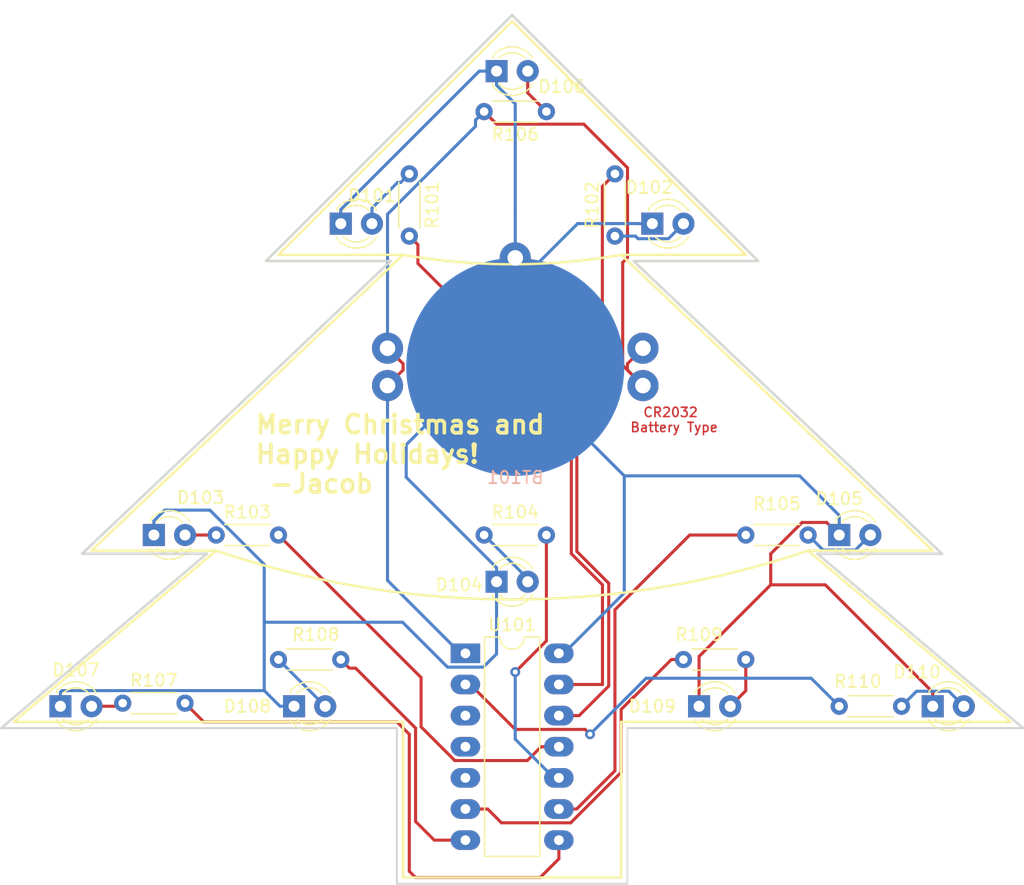
<source format=kicad_pcb>
(kicad_pcb (version 20171130) (host pcbnew "(5.0.0)")

  (general
    (thickness 1.6)
    (drawings 43)
    (tracks 163)
    (zones 0)
    (modules 23)
    (nets 25)
  )

  (page A4)
  (layers
    (0 F.Cu signal)
    (31 B.Cu signal)
    (32 B.Adhes user)
    (33 F.Adhes user)
    (34 B.Paste user)
    (35 F.Paste user)
    (36 B.SilkS user)
    (37 F.SilkS user)
    (38 B.Mask user)
    (39 F.Mask user)
    (40 Dwgs.User user)
    (41 Cmts.User user)
    (42 Eco1.User user)
    (43 Eco2.User user)
    (44 Edge.Cuts user)
    (45 Margin user)
    (46 B.CrtYd user)
    (47 F.CrtYd user)
    (48 B.Fab user)
    (49 F.Fab user)
  )

  (setup
    (last_trace_width 0.25)
    (trace_clearance 0.2)
    (zone_clearance 0.508)
    (zone_45_only no)
    (trace_min 0.2)
    (segment_width 0.2)
    (edge_width 0.2)
    (via_size 0.8)
    (via_drill 0.4)
    (via_min_size 0.4)
    (via_min_drill 0.3)
    (uvia_size 0.3)
    (uvia_drill 0.1)
    (uvias_allowed no)
    (uvia_min_size 0.2)
    (uvia_min_drill 0.1)
    (pcb_text_width 0.3)
    (pcb_text_size 1.5 1.5)
    (mod_edge_width 0.15)
    (mod_text_size 1 1)
    (mod_text_width 0.15)
    (pad_size 1.524 1.524)
    (pad_drill 0.762)
    (pad_to_mask_clearance 0.2)
    (aux_axis_origin 0 0)
    (visible_elements FFFFFF7F)
    (pcbplotparams
      (layerselection 0x010fc_ffffffff)
      (usegerberextensions false)
      (usegerberattributes false)
      (usegerberadvancedattributes false)
      (creategerberjobfile false)
      (excludeedgelayer true)
      (linewidth 0.100000)
      (plotframeref false)
      (viasonmask false)
      (mode 1)
      (useauxorigin false)
      (hpglpennumber 1)
      (hpglpenspeed 20)
      (hpglpendiameter 15.000000)
      (psnegative false)
      (psa4output false)
      (plotreference true)
      (plotvalue true)
      (plotinvisibletext false)
      (padsonsilk false)
      (subtractmaskfromsilk false)
      (outputformat 1)
      (mirror false)
      (drillshape 0)
      (scaleselection 1)
      (outputdirectory "Gerbers/"))
  )

  (net 0 "")
  (net 1 "Net-(D110-Pad2)")
  (net 2 "Net-(R110-Pad2)")
  (net 3 "Net-(R109-Pad2)")
  (net 4 "Net-(D109-Pad2)")
  (net 5 "Net-(D108-Pad2)")
  (net 6 "Net-(R108-Pad2)")
  (net 7 "Net-(R107-Pad2)")
  (net 8 "Net-(D107-Pad2)")
  (net 9 "Net-(D106-Pad2)")
  (net 10 "Net-(R105-Pad2)")
  (net 11 "Net-(D105-Pad2)")
  (net 12 "Net-(D104-Pad2)")
  (net 13 "Net-(R104-Pad2)")
  (net 14 "Net-(R103-Pad2)")
  (net 15 "Net-(D103-Pad2)")
  (net 16 "Net-(D102-Pad2)")
  (net 17 "Net-(R102-Pad2)")
  (net 18 "Net-(R101-Pad2)")
  (net 19 "Net-(D101-Pad2)")
  (net 20 GND)
  (net 21 "Net-(U101-Pad5)")
  (net 22 "Net-(U101-Pad4)")
  (net 23 "Net-(BT101-Pad1)")
  (net 24 "Net-(U101-Pad3)")

  (net_class Default "This is the default net class."
    (clearance 0.2)
    (trace_width 0.25)
    (via_dia 0.8)
    (via_drill 0.4)
    (uvia_dia 0.3)
    (uvia_drill 0.1)
    (add_net GND)
    (add_net "Net-(BT101-Pad1)")
    (add_net "Net-(D101-Pad2)")
    (add_net "Net-(D102-Pad2)")
    (add_net "Net-(D103-Pad2)")
    (add_net "Net-(D104-Pad2)")
    (add_net "Net-(D105-Pad2)")
    (add_net "Net-(D106-Pad2)")
    (add_net "Net-(D107-Pad2)")
    (add_net "Net-(D108-Pad2)")
    (add_net "Net-(D109-Pad2)")
    (add_net "Net-(D110-Pad2)")
    (add_net "Net-(R101-Pad2)")
    (add_net "Net-(R102-Pad2)")
    (add_net "Net-(R103-Pad2)")
    (add_net "Net-(R104-Pad2)")
    (add_net "Net-(R105-Pad2)")
    (add_net "Net-(R107-Pad2)")
    (add_net "Net-(R108-Pad2)")
    (add_net "Net-(R109-Pad2)")
    (add_net "Net-(R110-Pad2)")
    (add_net "Net-(U101-Pad3)")
    (add_net "Net-(U101-Pad4)")
    (add_net "Net-(U101-Pad5)")
  )

  (module Jacob:TinyHoleforHook (layer F.Cu) (tedit 5C08338D) (tstamp 5C08C4F3)
    (at 222.25 83.566)
    (path /5C0E66C1)
    (fp_text reference MK101 (at 0 1.905) (layer F.SilkS) hide
      (effects (font (size 1 1) (thickness 0.15)))
    )
    (fp_text value Mounting_Hole (at 0 -1.905) (layer F.Fab)
      (effects (font (size 1 1) (thickness 0.15)))
    )
    (pad "" np_thru_hole circle (at 0 0) (size 1.016 1.016) (drill 1.016) (layers *.Cu *.Mask))
  )

  (module Jacob:2032_Battery_Holder (layer B.Cu) (tedit 5C082A28) (tstamp 5C088B69)
    (at 222.504 110.744)
    (path /5C0D6272)
    (fp_text reference BT101 (at 0 9.025) (layer B.SilkS)
      (effects (font (size 1 1) (thickness 0.15)) (justify mirror))
    )
    (fp_text value Battery (at 0 10.025) (layer B.Fab)
      (effects (font (size 1 1) (thickness 0.15)) (justify mirror))
    )
    (pad 1 thru_hole circle (at 10.414 -1.524) (size 2.54 2.54) (drill 1.27) (layers *.Cu *.Mask)
      (net 23 "Net-(BT101-Pad1)"))
    (pad 1 thru_hole circle (at 10.414 1.524) (size 2.54 2.54) (drill 1.27) (layers *.Cu *.Mask)
      (net 23 "Net-(BT101-Pad1)"))
    (pad 1 thru_hole circle (at -10.414 -1.524) (size 2.54 2.54) (drill 1.27) (layers *.Cu *.Mask)
      (net 23 "Net-(BT101-Pad1)"))
    (pad 1 thru_hole circle (at -10.414 1.524) (size 2.54 2.54) (drill 1.27) (layers *.Cu *.Mask)
      (net 23 "Net-(BT101-Pad1)"))
    (pad 2 smd circle (at 0 0) (size 17.78 17.78) (layers B.Cu B.Paste B.Mask)
      (net 20 GND))
    (pad 2 thru_hole circle (at 0 -8.89) (size 2.54 2.54) (drill 1.27) (layers *.Cu *.Mask)
      (net 20 GND))
  )

  (module Housings_DIP:DIP-14_W7.62mm_LongPads (layer F.Cu) (tedit 59C78D6B) (tstamp 5C082DE7)
    (at 218.44 134.112)
    (descr "14-lead though-hole mounted DIP package, row spacing 7.62 mm (300 mils), LongPads")
    (tags "THT DIP DIL PDIP 2.54mm 7.62mm 300mil LongPads")
    (path /5C0C12CA)
    (fp_text reference U101 (at 3.81 -2.33) (layer F.SilkS)
      (effects (font (size 1 1) (thickness 0.15)))
    )
    (fp_text value ATtiny44A-PU (at 3.81 17.57) (layer F.Fab)
      (effects (font (size 1 1) (thickness 0.15)))
    )
    (fp_text user %R (at 3.81 7.62) (layer F.Fab)
      (effects (font (size 1 1) (thickness 0.15)))
    )
    (fp_line (start 9.1 -1.55) (end -1.45 -1.55) (layer F.CrtYd) (width 0.05))
    (fp_line (start 9.1 16.8) (end 9.1 -1.55) (layer F.CrtYd) (width 0.05))
    (fp_line (start -1.45 16.8) (end 9.1 16.8) (layer F.CrtYd) (width 0.05))
    (fp_line (start -1.45 -1.55) (end -1.45 16.8) (layer F.CrtYd) (width 0.05))
    (fp_line (start 6.06 -1.33) (end 4.81 -1.33) (layer F.SilkS) (width 0.12))
    (fp_line (start 6.06 16.57) (end 6.06 -1.33) (layer F.SilkS) (width 0.12))
    (fp_line (start 1.56 16.57) (end 6.06 16.57) (layer F.SilkS) (width 0.12))
    (fp_line (start 1.56 -1.33) (end 1.56 16.57) (layer F.SilkS) (width 0.12))
    (fp_line (start 2.81 -1.33) (end 1.56 -1.33) (layer F.SilkS) (width 0.12))
    (fp_line (start 0.635 -0.27) (end 1.635 -1.27) (layer F.Fab) (width 0.1))
    (fp_line (start 0.635 16.51) (end 0.635 -0.27) (layer F.Fab) (width 0.1))
    (fp_line (start 6.985 16.51) (end 0.635 16.51) (layer F.Fab) (width 0.1))
    (fp_line (start 6.985 -1.27) (end 6.985 16.51) (layer F.Fab) (width 0.1))
    (fp_line (start 1.635 -1.27) (end 6.985 -1.27) (layer F.Fab) (width 0.1))
    (fp_arc (start 3.81 -1.33) (end 2.81 -1.33) (angle -180) (layer F.SilkS) (width 0.12))
    (pad 14 thru_hole oval (at 7.62 0) (size 2.4 1.6) (drill 0.8) (layers *.Cu *.Mask)
      (net 20 GND))
    (pad 7 thru_hole oval (at 0 15.24) (size 2.4 1.6) (drill 0.8) (layers *.Cu *.Mask)
      (net 6 "Net-(R108-Pad2)"))
    (pad 13 thru_hole oval (at 7.62 2.54) (size 2.4 1.6) (drill 0.8) (layers *.Cu *.Mask)
      (net 18 "Net-(R101-Pad2)"))
    (pad 6 thru_hole oval (at 0 12.7) (size 2.4 1.6) (drill 0.8) (layers *.Cu *.Mask)
      (net 3 "Net-(R109-Pad2)"))
    (pad 12 thru_hole oval (at 7.62 5.08) (size 2.4 1.6) (drill 0.8) (layers *.Cu *.Mask)
      (net 17 "Net-(R102-Pad2)"))
    (pad 5 thru_hole oval (at 0 10.16) (size 2.4 1.6) (drill 0.8) (layers *.Cu *.Mask)
      (net 21 "Net-(U101-Pad5)"))
    (pad 11 thru_hole oval (at 7.62 7.62) (size 2.4 1.6) (drill 0.8) (layers *.Cu *.Mask)
      (net 14 "Net-(R103-Pad2)"))
    (pad 4 thru_hole oval (at 0 7.62) (size 2.4 1.6) (drill 0.8) (layers *.Cu *.Mask)
      (net 22 "Net-(U101-Pad4)"))
    (pad 10 thru_hole oval (at 7.62 10.16) (size 2.4 1.6) (drill 0.8) (layers *.Cu *.Mask)
      (net 13 "Net-(R104-Pad2)"))
    (pad 3 thru_hole oval (at 0 5.08) (size 2.4 1.6) (drill 0.8) (layers *.Cu *.Mask)
      (net 24 "Net-(U101-Pad3)"))
    (pad 9 thru_hole oval (at 7.62 12.7) (size 2.4 1.6) (drill 0.8) (layers *.Cu *.Mask)
      (net 10 "Net-(R105-Pad2)"))
    (pad 2 thru_hole oval (at 0 2.54) (size 2.4 1.6) (drill 0.8) (layers *.Cu *.Mask)
      (net 2 "Net-(R110-Pad2)"))
    (pad 8 thru_hole oval (at 7.62 15.24) (size 2.4 1.6) (drill 0.8) (layers *.Cu *.Mask)
      (net 7 "Net-(R107-Pad2)"))
    (pad 1 thru_hole rect (at 0 0) (size 2.4 1.6) (drill 0.8) (layers *.Cu *.Mask)
      (net 23 "Net-(BT101-Pad1)"))
    (model ${KISYS3DMOD}/Housings_DIP.3dshapes/DIP-14_W7.62mm.wrl
      (at (xyz 0 0 0))
      (scale (xyz 1 1 1))
      (rotate (xyz 0 0 0))
    )
  )

  (module LEDs:LED_D3.0mm (layer F.Cu) (tedit 587A3A7B) (tstamp 5C082DC5)
    (at 208.28 99.06)
    (descr "LED, diameter 3.0mm, 2 pins")
    (tags "LED diameter 3.0mm 2 pins")
    (path /5C0C09E0)
    (fp_text reference D101 (at 2.54 -2.286) (layer F.SilkS)
      (effects (font (size 1 1) (thickness 0.15)))
    )
    (fp_text value LED (at 1.27 2.96) (layer F.Fab)
      (effects (font (size 1 1) (thickness 0.15)))
    )
    (fp_line (start 3.7 -2.25) (end -1.15 -2.25) (layer F.CrtYd) (width 0.05))
    (fp_line (start 3.7 2.25) (end 3.7 -2.25) (layer F.CrtYd) (width 0.05))
    (fp_line (start -1.15 2.25) (end 3.7 2.25) (layer F.CrtYd) (width 0.05))
    (fp_line (start -1.15 -2.25) (end -1.15 2.25) (layer F.CrtYd) (width 0.05))
    (fp_line (start -0.29 1.08) (end -0.29 1.236) (layer F.SilkS) (width 0.12))
    (fp_line (start -0.29 -1.236) (end -0.29 -1.08) (layer F.SilkS) (width 0.12))
    (fp_line (start -0.23 -1.16619) (end -0.23 1.16619) (layer F.Fab) (width 0.1))
    (fp_circle (center 1.27 0) (end 2.77 0) (layer F.Fab) (width 0.1))
    (fp_arc (start 1.27 0) (end 0.229039 1.08) (angle -87.9) (layer F.SilkS) (width 0.12))
    (fp_arc (start 1.27 0) (end 0.229039 -1.08) (angle 87.9) (layer F.SilkS) (width 0.12))
    (fp_arc (start 1.27 0) (end -0.29 1.235516) (angle -108.8) (layer F.SilkS) (width 0.12))
    (fp_arc (start 1.27 0) (end -0.29 -1.235516) (angle 108.8) (layer F.SilkS) (width 0.12))
    (fp_arc (start 1.27 0) (end -0.23 -1.16619) (angle 284.3) (layer F.Fab) (width 0.1))
    (pad 2 thru_hole circle (at 2.54 0) (size 1.8 1.8) (drill 0.9) (layers *.Cu *.Mask)
      (net 19 "Net-(D101-Pad2)"))
    (pad 1 thru_hole rect (at 0 0) (size 1.8 1.8) (drill 0.9) (layers *.Cu *.Mask)
      (net 20 GND))
    (model ${KISYS3DMOD}/LEDs.3dshapes/LED_D3.0mm.wrl
      (at (xyz 0 0 0))
      (scale (xyz 0.393701 0.393701 0.393701))
      (rotate (xyz 0 0 0))
    )
  )

  (module LEDs:LED_D3.0mm (layer F.Cu) (tedit 587A3A7B) (tstamp 5C082DB2)
    (at 193.04 124.46)
    (descr "LED, diameter 3.0mm, 2 pins")
    (tags "LED diameter 3.0mm 2 pins")
    (path /5C0C0996)
    (fp_text reference D103 (at 3.81 -3.048) (layer F.SilkS)
      (effects (font (size 1 1) (thickness 0.15)))
    )
    (fp_text value LED (at 1.27 2.96) (layer F.Fab)
      (effects (font (size 1 1) (thickness 0.15)))
    )
    (fp_arc (start 1.27 0) (end -0.23 -1.16619) (angle 284.3) (layer F.Fab) (width 0.1))
    (fp_arc (start 1.27 0) (end -0.29 -1.235516) (angle 108.8) (layer F.SilkS) (width 0.12))
    (fp_arc (start 1.27 0) (end -0.29 1.235516) (angle -108.8) (layer F.SilkS) (width 0.12))
    (fp_arc (start 1.27 0) (end 0.229039 -1.08) (angle 87.9) (layer F.SilkS) (width 0.12))
    (fp_arc (start 1.27 0) (end 0.229039 1.08) (angle -87.9) (layer F.SilkS) (width 0.12))
    (fp_circle (center 1.27 0) (end 2.77 0) (layer F.Fab) (width 0.1))
    (fp_line (start -0.23 -1.16619) (end -0.23 1.16619) (layer F.Fab) (width 0.1))
    (fp_line (start -0.29 -1.236) (end -0.29 -1.08) (layer F.SilkS) (width 0.12))
    (fp_line (start -0.29 1.08) (end -0.29 1.236) (layer F.SilkS) (width 0.12))
    (fp_line (start -1.15 -2.25) (end -1.15 2.25) (layer F.CrtYd) (width 0.05))
    (fp_line (start -1.15 2.25) (end 3.7 2.25) (layer F.CrtYd) (width 0.05))
    (fp_line (start 3.7 2.25) (end 3.7 -2.25) (layer F.CrtYd) (width 0.05))
    (fp_line (start 3.7 -2.25) (end -1.15 -2.25) (layer F.CrtYd) (width 0.05))
    (pad 1 thru_hole rect (at 0 0) (size 1.8 1.8) (drill 0.9) (layers *.Cu *.Mask)
      (net 20 GND))
    (pad 2 thru_hole circle (at 2.54 0) (size 1.8 1.8) (drill 0.9) (layers *.Cu *.Mask)
      (net 15 "Net-(D103-Pad2)"))
    (model ${KISYS3DMOD}/LEDs.3dshapes/LED_D3.0mm.wrl
      (at (xyz 0 0 0))
      (scale (xyz 0.393701 0.393701 0.393701))
      (rotate (xyz 0 0 0))
    )
  )

  (module LEDs:LED_D3.0mm (layer F.Cu) (tedit 587A3A7B) (tstamp 5C082D9F)
    (at 220.98 128.27)
    (descr "LED, diameter 3.0mm, 2 pins")
    (tags "LED diameter 3.0mm 2 pins")
    (path /5C0C0974)
    (fp_text reference D104 (at -3.048 0.254) (layer F.SilkS)
      (effects (font (size 1 1) (thickness 0.15)))
    )
    (fp_text value LED (at 1.27 2.96) (layer F.Fab)
      (effects (font (size 1 1) (thickness 0.15)))
    )
    (fp_line (start 3.7 -2.25) (end -1.15 -2.25) (layer F.CrtYd) (width 0.05))
    (fp_line (start 3.7 2.25) (end 3.7 -2.25) (layer F.CrtYd) (width 0.05))
    (fp_line (start -1.15 2.25) (end 3.7 2.25) (layer F.CrtYd) (width 0.05))
    (fp_line (start -1.15 -2.25) (end -1.15 2.25) (layer F.CrtYd) (width 0.05))
    (fp_line (start -0.29 1.08) (end -0.29 1.236) (layer F.SilkS) (width 0.12))
    (fp_line (start -0.29 -1.236) (end -0.29 -1.08) (layer F.SilkS) (width 0.12))
    (fp_line (start -0.23 -1.16619) (end -0.23 1.16619) (layer F.Fab) (width 0.1))
    (fp_circle (center 1.27 0) (end 2.77 0) (layer F.Fab) (width 0.1))
    (fp_arc (start 1.27 0) (end 0.229039 1.08) (angle -87.9) (layer F.SilkS) (width 0.12))
    (fp_arc (start 1.27 0) (end 0.229039 -1.08) (angle 87.9) (layer F.SilkS) (width 0.12))
    (fp_arc (start 1.27 0) (end -0.29 1.235516) (angle -108.8) (layer F.SilkS) (width 0.12))
    (fp_arc (start 1.27 0) (end -0.29 -1.235516) (angle 108.8) (layer F.SilkS) (width 0.12))
    (fp_arc (start 1.27 0) (end -0.23 -1.16619) (angle 284.3) (layer F.Fab) (width 0.1))
    (pad 2 thru_hole circle (at 2.54 0) (size 1.8 1.8) (drill 0.9) (layers *.Cu *.Mask)
      (net 12 "Net-(D104-Pad2)"))
    (pad 1 thru_hole rect (at 0 0) (size 1.8 1.8) (drill 0.9) (layers *.Cu *.Mask)
      (net 20 GND))
    (model ${KISYS3DMOD}/LEDs.3dshapes/LED_D3.0mm.wrl
      (at (xyz 0 0 0))
      (scale (xyz 0.393701 0.393701 0.393701))
      (rotate (xyz 0 0 0))
    )
  )

  (module LEDs:LED_D3.0mm (layer F.Cu) (tedit 587A3A7B) (tstamp 5C082D8C)
    (at 248.92 124.46)
    (descr "LED, diameter 3.0mm, 2 pins")
    (tags "LED diameter 3.0mm 2 pins")
    (path /5C0C08CE)
    (fp_text reference D105 (at 0 -2.96) (layer F.SilkS)
      (effects (font (size 1 1) (thickness 0.15)))
    )
    (fp_text value LED (at 1.27 2.96) (layer F.Fab)
      (effects (font (size 1 1) (thickness 0.15)))
    )
    (fp_arc (start 1.27 0) (end -0.23 -1.16619) (angle 284.3) (layer F.Fab) (width 0.1))
    (fp_arc (start 1.27 0) (end -0.29 -1.235516) (angle 108.8) (layer F.SilkS) (width 0.12))
    (fp_arc (start 1.27 0) (end -0.29 1.235516) (angle -108.8) (layer F.SilkS) (width 0.12))
    (fp_arc (start 1.27 0) (end 0.229039 -1.08) (angle 87.9) (layer F.SilkS) (width 0.12))
    (fp_arc (start 1.27 0) (end 0.229039 1.08) (angle -87.9) (layer F.SilkS) (width 0.12))
    (fp_circle (center 1.27 0) (end 2.77 0) (layer F.Fab) (width 0.1))
    (fp_line (start -0.23 -1.16619) (end -0.23 1.16619) (layer F.Fab) (width 0.1))
    (fp_line (start -0.29 -1.236) (end -0.29 -1.08) (layer F.SilkS) (width 0.12))
    (fp_line (start -0.29 1.08) (end -0.29 1.236) (layer F.SilkS) (width 0.12))
    (fp_line (start -1.15 -2.25) (end -1.15 2.25) (layer F.CrtYd) (width 0.05))
    (fp_line (start -1.15 2.25) (end 3.7 2.25) (layer F.CrtYd) (width 0.05))
    (fp_line (start 3.7 2.25) (end 3.7 -2.25) (layer F.CrtYd) (width 0.05))
    (fp_line (start 3.7 -2.25) (end -1.15 -2.25) (layer F.CrtYd) (width 0.05))
    (pad 1 thru_hole rect (at 0 0) (size 1.8 1.8) (drill 0.9) (layers *.Cu *.Mask)
      (net 20 GND))
    (pad 2 thru_hole circle (at 2.54 0) (size 1.8 1.8) (drill 0.9) (layers *.Cu *.Mask)
      (net 11 "Net-(D105-Pad2)"))
    (model ${KISYS3DMOD}/LEDs.3dshapes/LED_D3.0mm.wrl
      (at (xyz 0 0 0))
      (scale (xyz 0.393701 0.393701 0.393701))
      (rotate (xyz 0 0 0))
    )
  )

  (module LEDs:LED_D3.0mm (layer F.Cu) (tedit 587A3A7B) (tstamp 5C082D79)
    (at 220.98 86.614)
    (descr "LED, diameter 3.0mm, 2 pins")
    (tags "LED diameter 3.0mm 2 pins")
    (path /5C0C1570)
    (fp_text reference D106 (at 5.334 1.27) (layer F.SilkS)
      (effects (font (size 1 1) (thickness 0.15)))
    )
    (fp_text value LED (at 1.27 2.96) (layer F.Fab)
      (effects (font (size 1 1) (thickness 0.15)))
    )
    (fp_line (start 3.7 -2.25) (end -1.15 -2.25) (layer F.CrtYd) (width 0.05))
    (fp_line (start 3.7 2.25) (end 3.7 -2.25) (layer F.CrtYd) (width 0.05))
    (fp_line (start -1.15 2.25) (end 3.7 2.25) (layer F.CrtYd) (width 0.05))
    (fp_line (start -1.15 -2.25) (end -1.15 2.25) (layer F.CrtYd) (width 0.05))
    (fp_line (start -0.29 1.08) (end -0.29 1.236) (layer F.SilkS) (width 0.12))
    (fp_line (start -0.29 -1.236) (end -0.29 -1.08) (layer F.SilkS) (width 0.12))
    (fp_line (start -0.23 -1.16619) (end -0.23 1.16619) (layer F.Fab) (width 0.1))
    (fp_circle (center 1.27 0) (end 2.77 0) (layer F.Fab) (width 0.1))
    (fp_arc (start 1.27 0) (end 0.229039 1.08) (angle -87.9) (layer F.SilkS) (width 0.12))
    (fp_arc (start 1.27 0) (end 0.229039 -1.08) (angle 87.9) (layer F.SilkS) (width 0.12))
    (fp_arc (start 1.27 0) (end -0.29 1.235516) (angle -108.8) (layer F.SilkS) (width 0.12))
    (fp_arc (start 1.27 0) (end -0.29 -1.235516) (angle 108.8) (layer F.SilkS) (width 0.12))
    (fp_arc (start 1.27 0) (end -0.23 -1.16619) (angle 284.3) (layer F.Fab) (width 0.1))
    (pad 2 thru_hole circle (at 2.54 0) (size 1.8 1.8) (drill 0.9) (layers *.Cu *.Mask)
      (net 9 "Net-(D106-Pad2)"))
    (pad 1 thru_hole rect (at 0 0) (size 1.8 1.8) (drill 0.9) (layers *.Cu *.Mask)
      (net 20 GND))
    (model ${KISYS3DMOD}/LEDs.3dshapes/LED_D3.0mm.wrl
      (at (xyz 0 0 0))
      (scale (xyz 0.393701 0.393701 0.393701))
      (rotate (xyz 0 0 0))
    )
  )

  (module LEDs:LED_D3.0mm (layer F.Cu) (tedit 587A3A7B) (tstamp 5C082D66)
    (at 185.42 138.43)
    (descr "LED, diameter 3.0mm, 2 pins")
    (tags "LED diameter 3.0mm 2 pins")
    (path /5C0C088A)
    (fp_text reference D107 (at 1.27 -2.96) (layer F.SilkS)
      (effects (font (size 1 1) (thickness 0.15)))
    )
    (fp_text value LED (at 1.27 2.96) (layer F.Fab)
      (effects (font (size 1 1) (thickness 0.15)))
    )
    (fp_arc (start 1.27 0) (end -0.23 -1.16619) (angle 284.3) (layer F.Fab) (width 0.1))
    (fp_arc (start 1.27 0) (end -0.29 -1.235516) (angle 108.8) (layer F.SilkS) (width 0.12))
    (fp_arc (start 1.27 0) (end -0.29 1.235516) (angle -108.8) (layer F.SilkS) (width 0.12))
    (fp_arc (start 1.27 0) (end 0.229039 -1.08) (angle 87.9) (layer F.SilkS) (width 0.12))
    (fp_arc (start 1.27 0) (end 0.229039 1.08) (angle -87.9) (layer F.SilkS) (width 0.12))
    (fp_circle (center 1.27 0) (end 2.77 0) (layer F.Fab) (width 0.1))
    (fp_line (start -0.23 -1.16619) (end -0.23 1.16619) (layer F.Fab) (width 0.1))
    (fp_line (start -0.29 -1.236) (end -0.29 -1.08) (layer F.SilkS) (width 0.12))
    (fp_line (start -0.29 1.08) (end -0.29 1.236) (layer F.SilkS) (width 0.12))
    (fp_line (start -1.15 -2.25) (end -1.15 2.25) (layer F.CrtYd) (width 0.05))
    (fp_line (start -1.15 2.25) (end 3.7 2.25) (layer F.CrtYd) (width 0.05))
    (fp_line (start 3.7 2.25) (end 3.7 -2.25) (layer F.CrtYd) (width 0.05))
    (fp_line (start 3.7 -2.25) (end -1.15 -2.25) (layer F.CrtYd) (width 0.05))
    (pad 1 thru_hole rect (at 0 0) (size 1.8 1.8) (drill 0.9) (layers *.Cu *.Mask)
      (net 20 GND))
    (pad 2 thru_hole circle (at 2.54 0) (size 1.8 1.8) (drill 0.9) (layers *.Cu *.Mask)
      (net 8 "Net-(D107-Pad2)"))
    (model ${KISYS3DMOD}/LEDs.3dshapes/LED_D3.0mm.wrl
      (at (xyz 0 0 0))
      (scale (xyz 0.393701 0.393701 0.393701))
      (rotate (xyz 0 0 0))
    )
  )

  (module LEDs:LED_D3.0mm (layer F.Cu) (tedit 587A3A7B) (tstamp 5C082D53)
    (at 204.47 138.43)
    (descr "LED, diameter 3.0mm, 2 pins")
    (tags "LED diameter 3.0mm 2 pins")
    (path /5C0C0348)
    (fp_text reference D108 (at -3.81 0) (layer F.SilkS)
      (effects (font (size 1 1) (thickness 0.15)))
    )
    (fp_text value LED (at 1.27 2.96) (layer F.Fab)
      (effects (font (size 1 1) (thickness 0.15)))
    )
    (fp_line (start 3.7 -2.25) (end -1.15 -2.25) (layer F.CrtYd) (width 0.05))
    (fp_line (start 3.7 2.25) (end 3.7 -2.25) (layer F.CrtYd) (width 0.05))
    (fp_line (start -1.15 2.25) (end 3.7 2.25) (layer F.CrtYd) (width 0.05))
    (fp_line (start -1.15 -2.25) (end -1.15 2.25) (layer F.CrtYd) (width 0.05))
    (fp_line (start -0.29 1.08) (end -0.29 1.236) (layer F.SilkS) (width 0.12))
    (fp_line (start -0.29 -1.236) (end -0.29 -1.08) (layer F.SilkS) (width 0.12))
    (fp_line (start -0.23 -1.16619) (end -0.23 1.16619) (layer F.Fab) (width 0.1))
    (fp_circle (center 1.27 0) (end 2.77 0) (layer F.Fab) (width 0.1))
    (fp_arc (start 1.27 0) (end 0.229039 1.08) (angle -87.9) (layer F.SilkS) (width 0.12))
    (fp_arc (start 1.27 0) (end 0.229039 -1.08) (angle 87.9) (layer F.SilkS) (width 0.12))
    (fp_arc (start 1.27 0) (end -0.29 1.235516) (angle -108.8) (layer F.SilkS) (width 0.12))
    (fp_arc (start 1.27 0) (end -0.29 -1.235516) (angle 108.8) (layer F.SilkS) (width 0.12))
    (fp_arc (start 1.27 0) (end -0.23 -1.16619) (angle 284.3) (layer F.Fab) (width 0.1))
    (pad 2 thru_hole circle (at 2.54 0) (size 1.8 1.8) (drill 0.9) (layers *.Cu *.Mask)
      (net 5 "Net-(D108-Pad2)"))
    (pad 1 thru_hole rect (at 0 0) (size 1.8 1.8) (drill 0.9) (layers *.Cu *.Mask)
      (net 20 GND))
    (model ${KISYS3DMOD}/LEDs.3dshapes/LED_D3.0mm.wrl
      (at (xyz 0 0 0))
      (scale (xyz 0.393701 0.393701 0.393701))
      (rotate (xyz 0 0 0))
    )
  )

  (module LEDs:LED_D3.0mm (layer F.Cu) (tedit 587A3A7B) (tstamp 5C082D40)
    (at 237.49 138.43)
    (descr "LED, diameter 3.0mm, 2 pins")
    (tags "LED diameter 3.0mm 2 pins")
    (path /5C0C0A08)
    (fp_text reference D109 (at -3.81 0) (layer F.SilkS)
      (effects (font (size 1 1) (thickness 0.15)))
    )
    (fp_text value LED (at 1.27 2.96) (layer F.Fab)
      (effects (font (size 1 1) (thickness 0.15)))
    )
    (fp_arc (start 1.27 0) (end -0.23 -1.16619) (angle 284.3) (layer F.Fab) (width 0.1))
    (fp_arc (start 1.27 0) (end -0.29 -1.235516) (angle 108.8) (layer F.SilkS) (width 0.12))
    (fp_arc (start 1.27 0) (end -0.29 1.235516) (angle -108.8) (layer F.SilkS) (width 0.12))
    (fp_arc (start 1.27 0) (end 0.229039 -1.08) (angle 87.9) (layer F.SilkS) (width 0.12))
    (fp_arc (start 1.27 0) (end 0.229039 1.08) (angle -87.9) (layer F.SilkS) (width 0.12))
    (fp_circle (center 1.27 0) (end 2.77 0) (layer F.Fab) (width 0.1))
    (fp_line (start -0.23 -1.16619) (end -0.23 1.16619) (layer F.Fab) (width 0.1))
    (fp_line (start -0.29 -1.236) (end -0.29 -1.08) (layer F.SilkS) (width 0.12))
    (fp_line (start -0.29 1.08) (end -0.29 1.236) (layer F.SilkS) (width 0.12))
    (fp_line (start -1.15 -2.25) (end -1.15 2.25) (layer F.CrtYd) (width 0.05))
    (fp_line (start -1.15 2.25) (end 3.7 2.25) (layer F.CrtYd) (width 0.05))
    (fp_line (start 3.7 2.25) (end 3.7 -2.25) (layer F.CrtYd) (width 0.05))
    (fp_line (start 3.7 -2.25) (end -1.15 -2.25) (layer F.CrtYd) (width 0.05))
    (pad 1 thru_hole rect (at 0 0) (size 1.8 1.8) (drill 0.9) (layers *.Cu *.Mask)
      (net 20 GND))
    (pad 2 thru_hole circle (at 2.54 0) (size 1.8 1.8) (drill 0.9) (layers *.Cu *.Mask)
      (net 4 "Net-(D109-Pad2)"))
    (model ${KISYS3DMOD}/LEDs.3dshapes/LED_D3.0mm.wrl
      (at (xyz 0 0 0))
      (scale (xyz 0.393701 0.393701 0.393701))
      (rotate (xyz 0 0 0))
    )
  )

  (module LEDs:LED_D3.0mm (layer F.Cu) (tedit 587A3A7B) (tstamp 5C082D2D)
    (at 256.54 138.43)
    (descr "LED, diameter 3.0mm, 2 pins")
    (tags "LED diameter 3.0mm 2 pins")
    (path /5C0C145C)
    (fp_text reference D110 (at -1.27 -2.794) (layer F.SilkS)
      (effects (font (size 1 1) (thickness 0.15)))
    )
    (fp_text value LED (at 1.27 2.96) (layer F.Fab)
      (effects (font (size 1 1) (thickness 0.15)))
    )
    (fp_line (start 3.7 -2.25) (end -1.15 -2.25) (layer F.CrtYd) (width 0.05))
    (fp_line (start 3.7 2.25) (end 3.7 -2.25) (layer F.CrtYd) (width 0.05))
    (fp_line (start -1.15 2.25) (end 3.7 2.25) (layer F.CrtYd) (width 0.05))
    (fp_line (start -1.15 -2.25) (end -1.15 2.25) (layer F.CrtYd) (width 0.05))
    (fp_line (start -0.29 1.08) (end -0.29 1.236) (layer F.SilkS) (width 0.12))
    (fp_line (start -0.29 -1.236) (end -0.29 -1.08) (layer F.SilkS) (width 0.12))
    (fp_line (start -0.23 -1.16619) (end -0.23 1.16619) (layer F.Fab) (width 0.1))
    (fp_circle (center 1.27 0) (end 2.77 0) (layer F.Fab) (width 0.1))
    (fp_arc (start 1.27 0) (end 0.229039 1.08) (angle -87.9) (layer F.SilkS) (width 0.12))
    (fp_arc (start 1.27 0) (end 0.229039 -1.08) (angle 87.9) (layer F.SilkS) (width 0.12))
    (fp_arc (start 1.27 0) (end -0.29 1.235516) (angle -108.8) (layer F.SilkS) (width 0.12))
    (fp_arc (start 1.27 0) (end -0.29 -1.235516) (angle 108.8) (layer F.SilkS) (width 0.12))
    (fp_arc (start 1.27 0) (end -0.23 -1.16619) (angle 284.3) (layer F.Fab) (width 0.1))
    (pad 2 thru_hole circle (at 2.54 0) (size 1.8 1.8) (drill 0.9) (layers *.Cu *.Mask)
      (net 1 "Net-(D110-Pad2)"))
    (pad 1 thru_hole rect (at 0 0) (size 1.8 1.8) (drill 0.9) (layers *.Cu *.Mask)
      (net 20 GND))
    (model ${KISYS3DMOD}/LEDs.3dshapes/LED_D3.0mm.wrl
      (at (xyz 0 0 0))
      (scale (xyz 0.393701 0.393701 0.393701))
      (rotate (xyz 0 0 0))
    )
  )

  (module LEDs:LED_D3.0mm (layer F.Cu) (tedit 587A3A7B) (tstamp 5C082D07)
    (at 233.68 99.06)
    (descr "LED, diameter 3.0mm, 2 pins")
    (tags "LED diameter 3.0mm 2 pins")
    (path /5C0C09BA)
    (fp_text reference D102 (at -0.254 -2.96) (layer F.SilkS)
      (effects (font (size 1 1) (thickness 0.15)))
    )
    (fp_text value LED (at 1.27 2.96) (layer F.Fab)
      (effects (font (size 1 1) (thickness 0.15)))
    )
    (fp_line (start 3.7 -2.25) (end -1.15 -2.25) (layer F.CrtYd) (width 0.05))
    (fp_line (start 3.7 2.25) (end 3.7 -2.25) (layer F.CrtYd) (width 0.05))
    (fp_line (start -1.15 2.25) (end 3.7 2.25) (layer F.CrtYd) (width 0.05))
    (fp_line (start -1.15 -2.25) (end -1.15 2.25) (layer F.CrtYd) (width 0.05))
    (fp_line (start -0.29 1.08) (end -0.29 1.236) (layer F.SilkS) (width 0.12))
    (fp_line (start -0.29 -1.236) (end -0.29 -1.08) (layer F.SilkS) (width 0.12))
    (fp_line (start -0.23 -1.16619) (end -0.23 1.16619) (layer F.Fab) (width 0.1))
    (fp_circle (center 1.27 0) (end 2.77 0) (layer F.Fab) (width 0.1))
    (fp_arc (start 1.27 0) (end 0.229039 1.08) (angle -87.9) (layer F.SilkS) (width 0.12))
    (fp_arc (start 1.27 0) (end 0.229039 -1.08) (angle 87.9) (layer F.SilkS) (width 0.12))
    (fp_arc (start 1.27 0) (end -0.29 1.235516) (angle -108.8) (layer F.SilkS) (width 0.12))
    (fp_arc (start 1.27 0) (end -0.29 -1.235516) (angle 108.8) (layer F.SilkS) (width 0.12))
    (fp_arc (start 1.27 0) (end -0.23 -1.16619) (angle 284.3) (layer F.Fab) (width 0.1))
    (pad 2 thru_hole circle (at 2.54 0) (size 1.8 1.8) (drill 0.9) (layers *.Cu *.Mask)
      (net 16 "Net-(D102-Pad2)"))
    (pad 1 thru_hole rect (at 0 0) (size 1.8 1.8) (drill 0.9) (layers *.Cu *.Mask)
      (net 20 GND))
    (model ${KISYS3DMOD}/LEDs.3dshapes/LED_D3.0mm.wrl
      (at (xyz 0 0 0))
      (scale (xyz 0.393701 0.393701 0.393701))
      (rotate (xyz 0 0 0))
    )
  )

  (module Resistors_THT:R_Axial_DIN0204_L3.6mm_D1.6mm_P5.08mm_Horizontal (layer F.Cu) (tedit 5874F706) (tstamp 5C082CF4)
    (at 213.868 94.996 270)
    (descr "Resistor, Axial_DIN0204 series, Axial, Horizontal, pin pitch=5.08mm, 0.16666666666666666W = 1/6W, length*diameter=3.6*1.6mm^2, http://cdn-reichelt.de/documents/datenblatt/B400/1_4W%23YAG.pdf")
    (tags "Resistor Axial_DIN0204 series Axial Horizontal pin pitch 5.08mm 0.16666666666666666W = 1/6W length 3.6mm diameter 1.6mm")
    (path /5C0C1722)
    (fp_text reference R101 (at 2.54 -1.86 270) (layer F.SilkS)
      (effects (font (size 1 1) (thickness 0.15)))
    )
    (fp_text value R (at -0.845001 0.029999 270) (layer F.Fab)
      (effects (font (size 1 1) (thickness 0.15)))
    )
    (fp_line (start 6.05 -1.15) (end -0.95 -1.15) (layer F.CrtYd) (width 0.05))
    (fp_line (start 6.05 1.15) (end 6.05 -1.15) (layer F.CrtYd) (width 0.05))
    (fp_line (start -0.95 1.15) (end 6.05 1.15) (layer F.CrtYd) (width 0.05))
    (fp_line (start -0.95 -1.15) (end -0.95 1.15) (layer F.CrtYd) (width 0.05))
    (fp_line (start 0.68 0.86) (end 4.4 0.86) (layer F.SilkS) (width 0.12))
    (fp_line (start 0.68 -0.86) (end 4.4 -0.86) (layer F.SilkS) (width 0.12))
    (fp_line (start 5.08 0) (end 4.34 0) (layer F.Fab) (width 0.1))
    (fp_line (start 0 0) (end 0.74 0) (layer F.Fab) (width 0.1))
    (fp_line (start 4.34 -0.8) (end 0.74 -0.8) (layer F.Fab) (width 0.1))
    (fp_line (start 4.34 0.8) (end 4.34 -0.8) (layer F.Fab) (width 0.1))
    (fp_line (start 0.74 0.8) (end 4.34 0.8) (layer F.Fab) (width 0.1))
    (fp_line (start 0.74 -0.8) (end 0.74 0.8) (layer F.Fab) (width 0.1))
    (pad 2 thru_hole oval (at 5.08 0 270) (size 1.4 1.4) (drill 0.7) (layers *.Cu *.Mask)
      (net 18 "Net-(R101-Pad2)"))
    (pad 1 thru_hole circle (at 0 0 270) (size 1.4 1.4) (drill 0.7) (layers *.Cu *.Mask)
      (net 19 "Net-(D101-Pad2)"))
    (model ${KISYS3DMOD}/Resistors_THT.3dshapes/R_Axial_DIN0204_L3.6mm_D1.6mm_P5.08mm_Horizontal.wrl
      (at (xyz 0 0 0))
      (scale (xyz 0.393701 0.393701 0.393701))
      (rotate (xyz 0 0 0))
    )
  )

  (module Resistors_THT:R_Axial_DIN0204_L3.6mm_D1.6mm_P5.08mm_Horizontal (layer F.Cu) (tedit 5874F706) (tstamp 5C082CE2)
    (at 230.632 100.076 90)
    (descr "Resistor, Axial_DIN0204 series, Axial, Horizontal, pin pitch=5.08mm, 0.16666666666666666W = 1/6W, length*diameter=3.6*1.6mm^2, http://cdn-reichelt.de/documents/datenblatt/B400/1_4W%23YAG.pdf")
    (tags "Resistor Axial_DIN0204 series Axial Horizontal pin pitch 5.08mm 0.16666666666666666W = 1/6W length 3.6mm diameter 1.6mm")
    (path /5C0D5E00)
    (fp_text reference R102 (at 2.54 -1.86 90) (layer F.SilkS)
      (effects (font (size 1 1) (thickness 0.15)))
    )
    (fp_text value R (at 2.54 1.86 90) (layer F.Fab)
      (effects (font (size 1 1) (thickness 0.15)))
    )
    (fp_line (start 0.74 -0.8) (end 0.74 0.8) (layer F.Fab) (width 0.1))
    (fp_line (start 0.74 0.8) (end 4.34 0.8) (layer F.Fab) (width 0.1))
    (fp_line (start 4.34 0.8) (end 4.34 -0.8) (layer F.Fab) (width 0.1))
    (fp_line (start 4.34 -0.8) (end 0.74 -0.8) (layer F.Fab) (width 0.1))
    (fp_line (start 0 0) (end 0.74 0) (layer F.Fab) (width 0.1))
    (fp_line (start 5.08 0) (end 4.34 0) (layer F.Fab) (width 0.1))
    (fp_line (start 0.68 -0.86) (end 4.4 -0.86) (layer F.SilkS) (width 0.12))
    (fp_line (start 0.68 0.86) (end 4.4 0.86) (layer F.SilkS) (width 0.12))
    (fp_line (start -0.95 -1.15) (end -0.95 1.15) (layer F.CrtYd) (width 0.05))
    (fp_line (start -0.95 1.15) (end 6.05 1.15) (layer F.CrtYd) (width 0.05))
    (fp_line (start 6.05 1.15) (end 6.05 -1.15) (layer F.CrtYd) (width 0.05))
    (fp_line (start 6.05 -1.15) (end -0.95 -1.15) (layer F.CrtYd) (width 0.05))
    (pad 1 thru_hole circle (at 0 0 90) (size 1.4 1.4) (drill 0.7) (layers *.Cu *.Mask)
      (net 16 "Net-(D102-Pad2)"))
    (pad 2 thru_hole oval (at 5.08 0 90) (size 1.4 1.4) (drill 0.7) (layers *.Cu *.Mask)
      (net 17 "Net-(R102-Pad2)"))
    (model ${KISYS3DMOD}/Resistors_THT.3dshapes/R_Axial_DIN0204_L3.6mm_D1.6mm_P5.08mm_Horizontal.wrl
      (at (xyz 0 0 0))
      (scale (xyz 0.393701 0.393701 0.393701))
      (rotate (xyz 0 0 0))
    )
  )

  (module Resistors_THT:R_Axial_DIN0204_L3.6mm_D1.6mm_P5.08mm_Horizontal (layer F.Cu) (tedit 5874F706) (tstamp 5C082CD0)
    (at 198.12 124.46)
    (descr "Resistor, Axial_DIN0204 series, Axial, Horizontal, pin pitch=5.08mm, 0.16666666666666666W = 1/6W, length*diameter=3.6*1.6mm^2, http://cdn-reichelt.de/documents/datenblatt/B400/1_4W%23YAG.pdf")
    (tags "Resistor Axial_DIN0204 series Axial Horizontal pin pitch 5.08mm 0.16666666666666666W = 1/6W length 3.6mm diameter 1.6mm")
    (path /5C0D5E3A)
    (fp_text reference R103 (at 2.54 -1.86) (layer F.SilkS)
      (effects (font (size 1 1) (thickness 0.15)))
    )
    (fp_text value R (at 2.54 1.86) (layer F.Fab)
      (effects (font (size 1 1) (thickness 0.15)))
    )
    (fp_line (start 6.05 -1.15) (end -0.95 -1.15) (layer F.CrtYd) (width 0.05))
    (fp_line (start 6.05 1.15) (end 6.05 -1.15) (layer F.CrtYd) (width 0.05))
    (fp_line (start -0.95 1.15) (end 6.05 1.15) (layer F.CrtYd) (width 0.05))
    (fp_line (start -0.95 -1.15) (end -0.95 1.15) (layer F.CrtYd) (width 0.05))
    (fp_line (start 0.68 0.86) (end 4.4 0.86) (layer F.SilkS) (width 0.12))
    (fp_line (start 0.68 -0.86) (end 4.4 -0.86) (layer F.SilkS) (width 0.12))
    (fp_line (start 5.08 0) (end 4.34 0) (layer F.Fab) (width 0.1))
    (fp_line (start 0 0) (end 0.74 0) (layer F.Fab) (width 0.1))
    (fp_line (start 4.34 -0.8) (end 0.74 -0.8) (layer F.Fab) (width 0.1))
    (fp_line (start 4.34 0.8) (end 4.34 -0.8) (layer F.Fab) (width 0.1))
    (fp_line (start 0.74 0.8) (end 4.34 0.8) (layer F.Fab) (width 0.1))
    (fp_line (start 0.74 -0.8) (end 0.74 0.8) (layer F.Fab) (width 0.1))
    (pad 2 thru_hole oval (at 5.08 0) (size 1.4 1.4) (drill 0.7) (layers *.Cu *.Mask)
      (net 14 "Net-(R103-Pad2)"))
    (pad 1 thru_hole circle (at 0 0) (size 1.4 1.4) (drill 0.7) (layers *.Cu *.Mask)
      (net 15 "Net-(D103-Pad2)"))
    (model ${KISYS3DMOD}/Resistors_THT.3dshapes/R_Axial_DIN0204_L3.6mm_D1.6mm_P5.08mm_Horizontal.wrl
      (at (xyz 0 0 0))
      (scale (xyz 0.393701 0.393701 0.393701))
      (rotate (xyz 0 0 0))
    )
  )

  (module Resistors_THT:R_Axial_DIN0204_L3.6mm_D1.6mm_P5.08mm_Horizontal (layer F.Cu) (tedit 5874F706) (tstamp 5C082CBE)
    (at 219.964 124.46)
    (descr "Resistor, Axial_DIN0204 series, Axial, Horizontal, pin pitch=5.08mm, 0.16666666666666666W = 1/6W, length*diameter=3.6*1.6mm^2, http://cdn-reichelt.de/documents/datenblatt/B400/1_4W%23YAG.pdf")
    (tags "Resistor Axial_DIN0204 series Axial Horizontal pin pitch 5.08mm 0.16666666666666666W = 1/6W length 3.6mm diameter 1.6mm")
    (path /5C0D5E7A)
    (fp_text reference R104 (at 2.54 -1.86) (layer F.SilkS)
      (effects (font (size 1 1) (thickness 0.15)))
    )
    (fp_text value R (at 2.54 1.86) (layer F.Fab)
      (effects (font (size 1 1) (thickness 0.15)))
    )
    (fp_line (start 0.74 -0.8) (end 0.74 0.8) (layer F.Fab) (width 0.1))
    (fp_line (start 0.74 0.8) (end 4.34 0.8) (layer F.Fab) (width 0.1))
    (fp_line (start 4.34 0.8) (end 4.34 -0.8) (layer F.Fab) (width 0.1))
    (fp_line (start 4.34 -0.8) (end 0.74 -0.8) (layer F.Fab) (width 0.1))
    (fp_line (start 0 0) (end 0.74 0) (layer F.Fab) (width 0.1))
    (fp_line (start 5.08 0) (end 4.34 0) (layer F.Fab) (width 0.1))
    (fp_line (start 0.68 -0.86) (end 4.4 -0.86) (layer F.SilkS) (width 0.12))
    (fp_line (start 0.68 0.86) (end 4.4 0.86) (layer F.SilkS) (width 0.12))
    (fp_line (start -0.95 -1.15) (end -0.95 1.15) (layer F.CrtYd) (width 0.05))
    (fp_line (start -0.95 1.15) (end 6.05 1.15) (layer F.CrtYd) (width 0.05))
    (fp_line (start 6.05 1.15) (end 6.05 -1.15) (layer F.CrtYd) (width 0.05))
    (fp_line (start 6.05 -1.15) (end -0.95 -1.15) (layer F.CrtYd) (width 0.05))
    (pad 1 thru_hole circle (at 0 0) (size 1.4 1.4) (drill 0.7) (layers *.Cu *.Mask)
      (net 12 "Net-(D104-Pad2)"))
    (pad 2 thru_hole oval (at 5.08 0) (size 1.4 1.4) (drill 0.7) (layers *.Cu *.Mask)
      (net 13 "Net-(R104-Pad2)"))
    (model ${KISYS3DMOD}/Resistors_THT.3dshapes/R_Axial_DIN0204_L3.6mm_D1.6mm_P5.08mm_Horizontal.wrl
      (at (xyz 0 0 0))
      (scale (xyz 0.393701 0.393701 0.393701))
      (rotate (xyz 0 0 0))
    )
  )

  (module Resistors_THT:R_Axial_DIN0204_L3.6mm_D1.6mm_P5.08mm_Horizontal (layer F.Cu) (tedit 5874F706) (tstamp 5C082CAC)
    (at 246.38 124.46 180)
    (descr "Resistor, Axial_DIN0204 series, Axial, Horizontal, pin pitch=5.08mm, 0.16666666666666666W = 1/6W, length*diameter=3.6*1.6mm^2, http://cdn-reichelt.de/documents/datenblatt/B400/1_4W%23YAG.pdf")
    (tags "Resistor Axial_DIN0204 series Axial Horizontal pin pitch 5.08mm 0.16666666666666666W = 1/6W length 3.6mm diameter 1.6mm")
    (path /5C0D5EB8)
    (fp_text reference R105 (at 2.54 2.54 180) (layer F.SilkS)
      (effects (font (size 1 1) (thickness 0.15)))
    )
    (fp_text value R (at 2.54 1.86 180) (layer F.Fab)
      (effects (font (size 1 1) (thickness 0.15)))
    )
    (fp_line (start 6.05 -1.15) (end -0.95 -1.15) (layer F.CrtYd) (width 0.05))
    (fp_line (start 6.05 1.15) (end 6.05 -1.15) (layer F.CrtYd) (width 0.05))
    (fp_line (start -0.95 1.15) (end 6.05 1.15) (layer F.CrtYd) (width 0.05))
    (fp_line (start -0.95 -1.15) (end -0.95 1.15) (layer F.CrtYd) (width 0.05))
    (fp_line (start 0.68 0.86) (end 4.4 0.86) (layer F.SilkS) (width 0.12))
    (fp_line (start 0.68 -0.86) (end 4.4 -0.86) (layer F.SilkS) (width 0.12))
    (fp_line (start 5.08 0) (end 4.34 0) (layer F.Fab) (width 0.1))
    (fp_line (start 0 0) (end 0.74 0) (layer F.Fab) (width 0.1))
    (fp_line (start 4.34 -0.8) (end 0.74 -0.8) (layer F.Fab) (width 0.1))
    (fp_line (start 4.34 0.8) (end 4.34 -0.8) (layer F.Fab) (width 0.1))
    (fp_line (start 0.74 0.8) (end 4.34 0.8) (layer F.Fab) (width 0.1))
    (fp_line (start 0.74 -0.8) (end 0.74 0.8) (layer F.Fab) (width 0.1))
    (pad 2 thru_hole oval (at 5.08 0 180) (size 1.4 1.4) (drill 0.7) (layers *.Cu *.Mask)
      (net 10 "Net-(R105-Pad2)"))
    (pad 1 thru_hole circle (at 0 0 180) (size 1.4 1.4) (drill 0.7) (layers *.Cu *.Mask)
      (net 11 "Net-(D105-Pad2)"))
    (model ${KISYS3DMOD}/Resistors_THT.3dshapes/R_Axial_DIN0204_L3.6mm_D1.6mm_P5.08mm_Horizontal.wrl
      (at (xyz 0 0 0))
      (scale (xyz 0.393701 0.393701 0.393701))
      (rotate (xyz 0 0 0))
    )
  )

  (module Resistors_THT:R_Axial_DIN0204_L3.6mm_D1.6mm_P5.08mm_Horizontal (layer F.Cu) (tedit 5874F706) (tstamp 5C082C9A)
    (at 225.044 89.916 180)
    (descr "Resistor, Axial_DIN0204 series, Axial, Horizontal, pin pitch=5.08mm, 0.16666666666666666W = 1/6W, length*diameter=3.6*1.6mm^2, http://cdn-reichelt.de/documents/datenblatt/B400/1_4W%23YAG.pdf")
    (tags "Resistor Axial_DIN0204 series Axial Horizontal pin pitch 5.08mm 0.16666666666666666W = 1/6W length 3.6mm diameter 1.6mm")
    (path /5C0D60D1)
    (fp_text reference R106 (at 2.54 -1.86 180) (layer F.SilkS)
      (effects (font (size 1 1) (thickness 0.15)))
    )
    (fp_text value R (at 2.54 1.86 180) (layer F.Fab)
      (effects (font (size 1 1) (thickness 0.15)))
    )
    (fp_line (start 0.74 -0.8) (end 0.74 0.8) (layer F.Fab) (width 0.1))
    (fp_line (start 0.74 0.8) (end 4.34 0.8) (layer F.Fab) (width 0.1))
    (fp_line (start 4.34 0.8) (end 4.34 -0.8) (layer F.Fab) (width 0.1))
    (fp_line (start 4.34 -0.8) (end 0.74 -0.8) (layer F.Fab) (width 0.1))
    (fp_line (start 0 0) (end 0.74 0) (layer F.Fab) (width 0.1))
    (fp_line (start 5.08 0) (end 4.34 0) (layer F.Fab) (width 0.1))
    (fp_line (start 0.68 -0.86) (end 4.4 -0.86) (layer F.SilkS) (width 0.12))
    (fp_line (start 0.68 0.86) (end 4.4 0.86) (layer F.SilkS) (width 0.12))
    (fp_line (start -0.95 -1.15) (end -0.95 1.15) (layer F.CrtYd) (width 0.05))
    (fp_line (start -0.95 1.15) (end 6.05 1.15) (layer F.CrtYd) (width 0.05))
    (fp_line (start 6.05 1.15) (end 6.05 -1.15) (layer F.CrtYd) (width 0.05))
    (fp_line (start 6.05 -1.15) (end -0.95 -1.15) (layer F.CrtYd) (width 0.05))
    (pad 1 thru_hole circle (at 0 0 180) (size 1.4 1.4) (drill 0.7) (layers *.Cu *.Mask)
      (net 9 "Net-(D106-Pad2)"))
    (pad 2 thru_hole oval (at 5.08 0 180) (size 1.4 1.4) (drill 0.7) (layers *.Cu *.Mask)
      (net 23 "Net-(BT101-Pad1)"))
    (model ${KISYS3DMOD}/Resistors_THT.3dshapes/R_Axial_DIN0204_L3.6mm_D1.6mm_P5.08mm_Horizontal.wrl
      (at (xyz 0 0 0))
      (scale (xyz 0.393701 0.393701 0.393701))
      (rotate (xyz 0 0 0))
    )
  )

  (module Resistors_THT:R_Axial_DIN0204_L3.6mm_D1.6mm_P5.08mm_Horizontal (layer F.Cu) (tedit 5874F706) (tstamp 5C082C88)
    (at 190.5 138.176)
    (descr "Resistor, Axial_DIN0204 series, Axial, Horizontal, pin pitch=5.08mm, 0.16666666666666666W = 1/6W, length*diameter=3.6*1.6mm^2, http://cdn-reichelt.de/documents/datenblatt/B400/1_4W%23YAG.pdf")
    (tags "Resistor Axial_DIN0204 series Axial Horizontal pin pitch 5.08mm 0.16666666666666666W = 1/6W length 3.6mm diameter 1.6mm")
    (path /5C0D5EFE)
    (fp_text reference R107 (at 2.54 -1.86) (layer F.SilkS)
      (effects (font (size 1 1) (thickness 0.15)))
    )
    (fp_text value R (at 2.54 1.86) (layer F.Fab)
      (effects (font (size 1 1) (thickness 0.15)))
    )
    (fp_line (start 6.05 -1.15) (end -0.95 -1.15) (layer F.CrtYd) (width 0.05))
    (fp_line (start 6.05 1.15) (end 6.05 -1.15) (layer F.CrtYd) (width 0.05))
    (fp_line (start -0.95 1.15) (end 6.05 1.15) (layer F.CrtYd) (width 0.05))
    (fp_line (start -0.95 -1.15) (end -0.95 1.15) (layer F.CrtYd) (width 0.05))
    (fp_line (start 0.68 0.86) (end 4.4 0.86) (layer F.SilkS) (width 0.12))
    (fp_line (start 0.68 -0.86) (end 4.4 -0.86) (layer F.SilkS) (width 0.12))
    (fp_line (start 5.08 0) (end 4.34 0) (layer F.Fab) (width 0.1))
    (fp_line (start 0 0) (end 0.74 0) (layer F.Fab) (width 0.1))
    (fp_line (start 4.34 -0.8) (end 0.74 -0.8) (layer F.Fab) (width 0.1))
    (fp_line (start 4.34 0.8) (end 4.34 -0.8) (layer F.Fab) (width 0.1))
    (fp_line (start 0.74 0.8) (end 4.34 0.8) (layer F.Fab) (width 0.1))
    (fp_line (start 0.74 -0.8) (end 0.74 0.8) (layer F.Fab) (width 0.1))
    (pad 2 thru_hole oval (at 5.08 0) (size 1.4 1.4) (drill 0.7) (layers *.Cu *.Mask)
      (net 7 "Net-(R107-Pad2)"))
    (pad 1 thru_hole circle (at 0 0) (size 1.4 1.4) (drill 0.7) (layers *.Cu *.Mask)
      (net 8 "Net-(D107-Pad2)"))
    (model ${KISYS3DMOD}/Resistors_THT.3dshapes/R_Axial_DIN0204_L3.6mm_D1.6mm_P5.08mm_Horizontal.wrl
      (at (xyz 0 0 0))
      (scale (xyz 0.393701 0.393701 0.393701))
      (rotate (xyz 0 0 0))
    )
  )

  (module Resistors_THT:R_Axial_DIN0204_L3.6mm_D1.6mm_P5.08mm_Horizontal (layer F.Cu) (tedit 5874F706) (tstamp 5C082C76)
    (at 203.2 134.62)
    (descr "Resistor, Axial_DIN0204 series, Axial, Horizontal, pin pitch=5.08mm, 0.16666666666666666W = 1/6W, length*diameter=3.6*1.6mm^2, http://cdn-reichelt.de/documents/datenblatt/B400/1_4W%23YAG.pdf")
    (tags "Resistor Axial_DIN0204 series Axial Horizontal pin pitch 5.08mm 0.16666666666666666W = 1/6W length 3.6mm diameter 1.6mm")
    (path /5C0D5F46)
    (fp_text reference R108 (at 3.048 -2.032) (layer F.SilkS)
      (effects (font (size 1 1) (thickness 0.15)))
    )
    (fp_text value R (at 2.54 1.86) (layer F.Fab)
      (effects (font (size 1 1) (thickness 0.15)))
    )
    (fp_line (start 0.74 -0.8) (end 0.74 0.8) (layer F.Fab) (width 0.1))
    (fp_line (start 0.74 0.8) (end 4.34 0.8) (layer F.Fab) (width 0.1))
    (fp_line (start 4.34 0.8) (end 4.34 -0.8) (layer F.Fab) (width 0.1))
    (fp_line (start 4.34 -0.8) (end 0.74 -0.8) (layer F.Fab) (width 0.1))
    (fp_line (start 0 0) (end 0.74 0) (layer F.Fab) (width 0.1))
    (fp_line (start 5.08 0) (end 4.34 0) (layer F.Fab) (width 0.1))
    (fp_line (start 0.68 -0.86) (end 4.4 -0.86) (layer F.SilkS) (width 0.12))
    (fp_line (start 0.68 0.86) (end 4.4 0.86) (layer F.SilkS) (width 0.12))
    (fp_line (start -0.95 -1.15) (end -0.95 1.15) (layer F.CrtYd) (width 0.05))
    (fp_line (start -0.95 1.15) (end 6.05 1.15) (layer F.CrtYd) (width 0.05))
    (fp_line (start 6.05 1.15) (end 6.05 -1.15) (layer F.CrtYd) (width 0.05))
    (fp_line (start 6.05 -1.15) (end -0.95 -1.15) (layer F.CrtYd) (width 0.05))
    (pad 1 thru_hole circle (at 0 0) (size 1.4 1.4) (drill 0.7) (layers *.Cu *.Mask)
      (net 5 "Net-(D108-Pad2)"))
    (pad 2 thru_hole oval (at 5.08 0) (size 1.4 1.4) (drill 0.7) (layers *.Cu *.Mask)
      (net 6 "Net-(R108-Pad2)"))
    (model ${KISYS3DMOD}/Resistors_THT.3dshapes/R_Axial_DIN0204_L3.6mm_D1.6mm_P5.08mm_Horizontal.wrl
      (at (xyz 0 0 0))
      (scale (xyz 0.393701 0.393701 0.393701))
      (rotate (xyz 0 0 0))
    )
  )

  (module Resistors_THT:R_Axial_DIN0204_L3.6mm_D1.6mm_P5.08mm_Horizontal (layer F.Cu) (tedit 5874F706) (tstamp 5C082C64)
    (at 241.3 134.62 180)
    (descr "Resistor, Axial_DIN0204 series, Axial, Horizontal, pin pitch=5.08mm, 0.16666666666666666W = 1/6W, length*diameter=3.6*1.6mm^2, http://cdn-reichelt.de/documents/datenblatt/B400/1_4W%23YAG.pdf")
    (tags "Resistor Axial_DIN0204 series Axial Horizontal pin pitch 5.08mm 0.16666666666666666W = 1/6W length 3.6mm diameter 1.6mm")
    (path /5C0D5F94)
    (fp_text reference R109 (at 3.81 2.032 180) (layer F.SilkS)
      (effects (font (size 1 1) (thickness 0.15)))
    )
    (fp_text value R (at 2.54 1.86 180) (layer F.Fab)
      (effects (font (size 1 1) (thickness 0.15)))
    )
    (fp_line (start 6.05 -1.15) (end -0.95 -1.15) (layer F.CrtYd) (width 0.05))
    (fp_line (start 6.05 1.15) (end 6.05 -1.15) (layer F.CrtYd) (width 0.05))
    (fp_line (start -0.95 1.15) (end 6.05 1.15) (layer F.CrtYd) (width 0.05))
    (fp_line (start -0.95 -1.15) (end -0.95 1.15) (layer F.CrtYd) (width 0.05))
    (fp_line (start 0.68 0.86) (end 4.4 0.86) (layer F.SilkS) (width 0.12))
    (fp_line (start 0.68 -0.86) (end 4.4 -0.86) (layer F.SilkS) (width 0.12))
    (fp_line (start 5.08 0) (end 4.34 0) (layer F.Fab) (width 0.1))
    (fp_line (start 0 0) (end 0.74 0) (layer F.Fab) (width 0.1))
    (fp_line (start 4.34 -0.8) (end 0.74 -0.8) (layer F.Fab) (width 0.1))
    (fp_line (start 4.34 0.8) (end 4.34 -0.8) (layer F.Fab) (width 0.1))
    (fp_line (start 0.74 0.8) (end 4.34 0.8) (layer F.Fab) (width 0.1))
    (fp_line (start 0.74 -0.8) (end 0.74 0.8) (layer F.Fab) (width 0.1))
    (pad 2 thru_hole oval (at 5.08 0 180) (size 1.4 1.4) (drill 0.7) (layers *.Cu *.Mask)
      (net 3 "Net-(R109-Pad2)"))
    (pad 1 thru_hole circle (at 0 0 180) (size 1.4 1.4) (drill 0.7) (layers *.Cu *.Mask)
      (net 4 "Net-(D109-Pad2)"))
    (model ${KISYS3DMOD}/Resistors_THT.3dshapes/R_Axial_DIN0204_L3.6mm_D1.6mm_P5.08mm_Horizontal.wrl
      (at (xyz 0 0 0))
      (scale (xyz 0.393701 0.393701 0.393701))
      (rotate (xyz 0 0 0))
    )
  )

  (module Resistors_THT:R_Axial_DIN0204_L3.6mm_D1.6mm_P5.08mm_Horizontal (layer F.Cu) (tedit 5874F706) (tstamp 5C082C52)
    (at 254 138.43 180)
    (descr "Resistor, Axial_DIN0204 series, Axial, Horizontal, pin pitch=5.08mm, 0.16666666666666666W = 1/6W, length*diameter=3.6*1.6mm^2, http://cdn-reichelt.de/documents/datenblatt/B400/1_4W%23YAG.pdf")
    (tags "Resistor Axial_DIN0204 series Axial Horizontal pin pitch 5.08mm 0.16666666666666666W = 1/6W length 3.6mm diameter 1.6mm")
    (path /5C0D5FDC)
    (fp_text reference R110 (at 3.556 2.032 180) (layer F.SilkS)
      (effects (font (size 1 1) (thickness 0.15)))
    )
    (fp_text value R (at 2.54 1.86 180) (layer F.Fab)
      (effects (font (size 1 1) (thickness 0.15)))
    )
    (fp_line (start 0.74 -0.8) (end 0.74 0.8) (layer F.Fab) (width 0.1))
    (fp_line (start 0.74 0.8) (end 4.34 0.8) (layer F.Fab) (width 0.1))
    (fp_line (start 4.34 0.8) (end 4.34 -0.8) (layer F.Fab) (width 0.1))
    (fp_line (start 4.34 -0.8) (end 0.74 -0.8) (layer F.Fab) (width 0.1))
    (fp_line (start 0 0) (end 0.74 0) (layer F.Fab) (width 0.1))
    (fp_line (start 5.08 0) (end 4.34 0) (layer F.Fab) (width 0.1))
    (fp_line (start 0.68 -0.86) (end 4.4 -0.86) (layer F.SilkS) (width 0.12))
    (fp_line (start 0.68 0.86) (end 4.4 0.86) (layer F.SilkS) (width 0.12))
    (fp_line (start -0.95 -1.15) (end -0.95 1.15) (layer F.CrtYd) (width 0.05))
    (fp_line (start -0.95 1.15) (end 6.05 1.15) (layer F.CrtYd) (width 0.05))
    (fp_line (start 6.05 1.15) (end 6.05 -1.15) (layer F.CrtYd) (width 0.05))
    (fp_line (start 6.05 -1.15) (end -0.95 -1.15) (layer F.CrtYd) (width 0.05))
    (pad 1 thru_hole circle (at 0 0 180) (size 1.4 1.4) (drill 0.7) (layers *.Cu *.Mask)
      (net 1 "Net-(D110-Pad2)"))
    (pad 2 thru_hole oval (at 5.08 0 180) (size 1.4 1.4) (drill 0.7) (layers *.Cu *.Mask)
      (net 2 "Net-(R110-Pad2)"))
    (model ${KISYS3DMOD}/Resistors_THT.3dshapes/R_Axial_DIN0204_L3.6mm_D1.6mm_P5.08mm_Horizontal.wrl
      (at (xyz 0 0 0))
      (scale (xyz 0.393701 0.393701 0.393701))
      (rotate (xyz 0 0 0))
    )
  )

  (gr_line (start 180.594 140.462) (end 263.906 140.716) (layer Dwgs.User) (width 0.2))
  (gr_line (start 222.25 82.042) (end 222.25 152.908) (layer Dwgs.User) (width 0.2))
  (gr_text "CR2032 \nBattery Type" (at 235.458 115.062) (layer F.Cu)
    (effects (font (size 0.762 0.762) (thickness 0.127)))
  )
  (gr_text "Merry Christmas and\nHappy Holidays!\n -Jacob" (at 201.168 117.856) (layer F.SilkS)
    (effects (font (size 1.5 1.5) (thickness 0.3)) (justify left))
  )
  (gr_line (start 231.648 140.208) (end 263.906 140.208) (layer Edge.Cuts) (width 0.15))
  (gr_line (start 197.358 125.984) (end 180.594 140.208) (layer Edge.Cuts) (width 0.2))
  (gr_line (start 187.198 125.984) (end 197.358 125.984) (layer Edge.Cuts) (width 0.2))
  (gr_line (start 187.452 125.73) (end 187.198 125.984) (layer Edge.Cuts) (width 0.2))
  (gr_line (start 212.344 102.108) (end 187.452 125.73) (layer Edge.Cuts) (width 0.2))
  (gr_line (start 202.184 102.108) (end 212.344 102.108) (layer Edge.Cuts) (width 0.2))
  (gr_line (start 202.438 101.854) (end 202.184 102.108) (layer Edge.Cuts) (width 0.2))
  (gr_line (start 202.692 101.6) (end 202.438 101.854) (layer Edge.Cuts) (width 0.2))
  (gr_line (start 222.25 82.042) (end 202.692 101.6) (layer Edge.Cuts) (width 0.2))
  (gr_line (start 242.316 102.108) (end 222.25 82.042) (layer Edge.Cuts) (width 0.2))
  (gr_line (start 242.062 102.108) (end 242.316 102.108) (layer Edge.Cuts) (width 0.2))
  (gr_line (start 241.808 102.108) (end 242.062 102.108) (layer Edge.Cuts) (width 0.2))
  (gr_line (start 232.156 102.108) (end 241.808 102.108) (layer Edge.Cuts) (width 0.2))
  (gr_line (start 257.302 125.984) (end 232.156 102.108) (layer Edge.Cuts) (width 0.2))
  (gr_line (start 257.048 125.984) (end 257.302 125.984) (layer Edge.Cuts) (width 0.2))
  (gr_line (start 256.794 125.984) (end 257.048 125.984) (layer Edge.Cuts) (width 0.2))
  (gr_line (start 247.142 125.984) (end 256.794 125.984) (layer Edge.Cuts) (width 0.2))
  (gr_line (start 263.906 140.208) (end 247.142 125.984) (layer Edge.Cuts) (width 0.2))
  (gr_line (start 231.648 152.908) (end 231.648 140.208) (layer Edge.Cuts) (width 0.15))
  (gr_line (start 212.852 152.908) (end 231.648 152.908) (layer Edge.Cuts) (width 0.15))
  (gr_line (start 212.852 140.208) (end 212.852 152.908) (layer Edge.Cuts) (width 0.15))
  (gr_line (start 212.852 140.208) (end 180.594 140.208) (layer Edge.Cuts) (width 0.15))
  (gr_arc (start 222.25 50.8) (end 213.360001 101.599999) (angle -19.85249101) (layer F.SilkS) (width 0.2))
  (gr_arc (start 222.25 54.61) (end 198.120001 125.729999) (angle -37.48268089) (layer F.SilkS) (width 0.2))
  (gr_line (start 241.3 101.6) (end 222.25 82.55) (layer F.SilkS) (width 0.2))
  (gr_line (start 231.14 101.6) (end 241.3 101.6) (layer F.SilkS) (width 0.2))
  (gr_line (start 256.54 125.73) (end 231.14 101.6) (layer F.SilkS) (width 0.2))
  (gr_line (start 246.38 125.73) (end 256.54 125.73) (layer F.SilkS) (width 0.2))
  (gr_line (start 262.89 139.7) (end 246.38 125.73) (layer F.SilkS) (width 0.2))
  (gr_line (start 231.14 139.7) (end 262.89 139.7) (layer F.SilkS) (width 0.2) (tstamp 5C08323F))
  (gr_line (start 231.14 139.7) (end 231.14 152.4) (layer F.SilkS) (width 0.2) (tstamp 5C08323C))
  (gr_line (start 181.61 139.7) (end 213.36 139.7) (layer F.SilkS) (width 0.2))
  (gr_line (start 198.12 125.73) (end 181.61 139.7) (layer F.SilkS) (width 0.2))
  (gr_line (start 187.96 125.73) (end 198.12 125.73) (layer F.SilkS) (width 0.2))
  (gr_line (start 213.36 101.6) (end 187.96 125.73) (layer F.SilkS) (width 0.2))
  (gr_line (start 203.2 101.6) (end 213.36 101.6) (layer F.SilkS) (width 0.2))
  (gr_line (start 222.25 82.55) (end 203.2 101.6) (layer F.SilkS) (width 0.2))
  (gr_line (start 213.36 152.4) (end 231.14 152.4) (layer F.SilkS) (width 0.2))
  (gr_line (start 213.36 139.7) (end 213.36 152.4) (layer F.SilkS) (width 0.2))

  (segment (start 254.699999 137.730001) (end 254 138.43) (width 0.25) (layer B.Cu) (net 1))
  (segment (start 255.225001 137.204999) (end 254.699999 137.730001) (width 0.25) (layer B.Cu) (net 1))
  (segment (start 257.854999 137.204999) (end 255.225001 137.204999) (width 0.25) (layer B.Cu) (net 1))
  (segment (start 259.08 138.43) (end 257.854999 137.204999) (width 0.25) (layer B.Cu) (net 1))
  (via (at 228.6 140.716) (size 0.8) (drill 0.4) (layers F.Cu B.Cu) (net 2))
  (segment (start 228.20101 140.31701) (end 228.6 140.716) (width 0.25) (layer F.Cu) (net 2))
  (segment (start 222.50501 140.31701) (end 228.20101 140.31701) (width 0.25) (layer F.Cu) (net 2))
  (segment (start 218.44 136.652) (end 218.84 136.652) (width 0.25) (layer F.Cu) (net 2))
  (segment (start 218.84 136.652) (end 222.50501 140.31701) (width 0.25) (layer F.Cu) (net 2))
  (segment (start 246.634 136.144) (end 248.92 138.43) (width 0.25) (layer B.Cu) (net 2))
  (segment (start 228.6 140.716) (end 233.172 136.144) (width 0.25) (layer B.Cu) (net 2))
  (segment (start 233.172 136.144) (end 246.634 136.144) (width 0.25) (layer B.Cu) (net 2))
  (segment (start 235.230051 134.62) (end 232.182051 137.668) (width 0.25) (layer F.Cu) (net 3))
  (segment (start 236.22 134.62) (end 235.230051 134.62) (width 0.25) (layer F.Cu) (net 3))
  (segment (start 232.182051 137.668) (end 232.156 137.668) (width 0.25) (layer F.Cu) (net 3))
  (segment (start 232.156 137.668) (end 231.14 138.684) (width 0.25) (layer F.Cu) (net 3))
  (segment (start 227.0214 147.93701) (end 221.37899 147.93701) (width 0.25) (layer F.Cu) (net 3))
  (segment (start 231.14 138.684) (end 231.14 143.81841) (width 0.25) (layer F.Cu) (net 3))
  (segment (start 231.14 143.81841) (end 227.0214 147.93701) (width 0.25) (layer F.Cu) (net 3))
  (segment (start 220.25398 146.812) (end 218.44 146.812) (width 0.25) (layer F.Cu) (net 3))
  (segment (start 221.37899 147.93701) (end 220.25398 146.812) (width 0.25) (layer F.Cu) (net 3))
  (segment (start 241.3 137.16) (end 240.03 138.43) (width 0.25) (layer F.Cu) (net 4))
  (segment (start 241.3 134.62) (end 241.3 137.16) (width 0.25) (layer F.Cu) (net 4))
  (segment (start 203.2 134.62) (end 207.01 138.43) (width 0.25) (layer B.Cu) (net 5))
  (segment (start 208.979999 135.319999) (end 209.487999 135.319999) (width 0.25) (layer F.Cu) (net 6))
  (segment (start 208.28 134.62) (end 208.979999 135.319999) (width 0.25) (layer F.Cu) (net 6))
  (segment (start 209.487999 135.319999) (end 214.376 140.208) (width 0.25) (layer F.Cu) (net 6))
  (segment (start 214.376 140.208) (end 214.376 147.828) (width 0.25) (layer F.Cu) (net 6))
  (segment (start 215.9 149.352) (end 218.44 149.352) (width 0.25) (layer F.Cu) (net 6))
  (segment (start 214.376 147.828) (end 215.9 149.352) (width 0.25) (layer F.Cu) (net 6))
  (segment (start 226.06 149.352) (end 226.06 150.876) (width 0.25) (layer F.Cu) (net 7))
  (segment (start 226.06 150.876) (end 224.536 152.4) (width 0.25) (layer F.Cu) (net 7))
  (segment (start 224.536 152.4) (end 214.376 152.4) (width 0.25) (layer F.Cu) (net 7))
  (segment (start 214.376 152.4) (end 213.868 151.892) (width 0.25) (layer F.Cu) (net 7))
  (segment (start 213.868 151.892) (end 213.868 140.716) (width 0.25) (layer F.Cu) (net 7))
  (segment (start 213.868 140.716) (end 212.852 139.7) (width 0.25) (layer F.Cu) (net 7))
  (segment (start 197.104 139.7) (end 195.58 138.176) (width 0.25) (layer F.Cu) (net 7))
  (segment (start 212.852 139.7) (end 197.104 139.7) (width 0.25) (layer F.Cu) (net 7))
  (segment (start 190.246 138.43) (end 190.5 138.176) (width 0.25) (layer F.Cu) (net 8))
  (segment (start 187.96 138.43) (end 190.246 138.43) (width 0.25) (layer F.Cu) (net 8))
  (segment (start 223.52 88.392) (end 225.044 89.916) (width 0.25) (layer F.Cu) (net 9))
  (segment (start 223.52 86.614) (end 223.52 88.392) (width 0.25) (layer F.Cu) (net 9))
  (segment (start 227.51 146.812) (end 230.632 143.69) (width 0.25) (layer F.Cu) (net 10))
  (segment (start 226.06 146.812) (end 227.51 146.812) (width 0.25) (layer F.Cu) (net 10))
  (segment (start 230.632 143.69) (end 230.632 130.556) (width 0.25) (layer F.Cu) (net 10))
  (segment (start 236.728 124.46) (end 241.3 124.46) (width 0.25) (layer F.Cu) (net 10))
  (segment (start 230.632 130.556) (end 236.728 124.46) (width 0.25) (layer F.Cu) (net 10))
  (segment (start 250.560001 125.359999) (end 251.46 124.46) (width 0.25) (layer B.Cu) (net 11))
  (segment (start 250.234999 125.685001) (end 250.560001 125.359999) (width 0.25) (layer B.Cu) (net 11))
  (segment (start 247.605001 125.685001) (end 250.234999 125.685001) (width 0.25) (layer B.Cu) (net 11))
  (segment (start 246.38 124.46) (end 247.605001 125.685001) (width 0.25) (layer B.Cu) (net 11))
  (segment (start 223.52 128.016) (end 223.52 128.27) (width 0.25) (layer B.Cu) (net 12))
  (segment (start 219.964 124.46) (end 223.52 128.016) (width 0.25) (layer B.Cu) (net 12))
  (via (at 222.504 135.636) (size 0.8) (drill 0.4) (layers F.Cu B.Cu) (net 13))
  (segment (start 225.044 124.46) (end 225.044 133.096) (width 0.25) (layer F.Cu) (net 13))
  (segment (start 225.044 133.096) (end 222.504 135.636) (width 0.25) (layer F.Cu) (net 13))
  (segment (start 225.66 144.272) (end 226.06 144.272) (width 0.25) (layer B.Cu) (net 13))
  (segment (start 222.504 141.116) (end 225.66 144.272) (width 0.25) (layer B.Cu) (net 13))
  (segment (start 222.504 135.636) (end 222.504 141.116) (width 0.25) (layer B.Cu) (net 13))
  (segment (start 224.61 141.732) (end 226.06 141.732) (width 0.25) (layer F.Cu) (net 14))
  (segment (start 223.48499 142.85701) (end 224.61 141.732) (width 0.25) (layer F.Cu) (net 14))
  (segment (start 217.574006 142.85701) (end 223.48499 142.85701) (width 0.25) (layer F.Cu) (net 14))
  (segment (start 214.82601 140.109014) (end 217.574006 142.85701) (width 0.25) (layer F.Cu) (net 14))
  (segment (start 214.82601 136.08601) (end 214.82601 140.109014) (width 0.25) (layer F.Cu) (net 14))
  (segment (start 203.2 124.46) (end 214.82601 136.08601) (width 0.25) (layer F.Cu) (net 14))
  (segment (start 195.58 124.46) (end 198.12 124.46) (width 0.25) (layer F.Cu) (net 15))
  (segment (start 235.320001 99.959999) (end 236.22 99.06) (width 0.25) (layer B.Cu) (net 16))
  (segment (start 234.994999 100.285001) (end 235.320001 99.959999) (width 0.25) (layer B.Cu) (net 16))
  (segment (start 232.519999 100.285001) (end 234.994999 100.285001) (width 0.25) (layer B.Cu) (net 16))
  (segment (start 232.310998 100.076) (end 232.519999 100.285001) (width 0.25) (layer B.Cu) (net 16))
  (segment (start 230.632 100.076) (end 232.310998 100.076) (width 0.25) (layer B.Cu) (net 16))
  (segment (start 227.51 139.192) (end 226.06 139.192) (width 0.25) (layer F.Cu) (net 17))
  (segment (start 227.71241 139.192) (end 227.51 139.192) (width 0.25) (layer F.Cu) (net 17))
  (segment (start 230.124 136.78041) (end 227.71241 139.192) (width 0.25) (layer F.Cu) (net 17))
  (segment (start 230.632 94.996) (end 229.606999 96.021001) (width 0.25) (layer F.Cu) (net 17))
  (segment (start 229.606999 96.021001) (end 229.606999 106.689001) (width 0.25) (layer F.Cu) (net 17))
  (segment (start 227.52601 108.76999) (end 227.52601 125.7976) (width 0.25) (layer F.Cu) (net 17))
  (segment (start 227.52601 125.7976) (end 230.124 128.39559) (width 0.25) (layer F.Cu) (net 17))
  (segment (start 229.606999 106.689001) (end 227.52601 108.76999) (width 0.25) (layer F.Cu) (net 17))
  (segment (start 230.124 128.39559) (end 230.124 136.78041) (width 0.25) (layer F.Cu) (net 17))
  (segment (start 214.567999 100.775999) (end 214.567999 102.299999) (width 0.25) (layer F.Cu) (net 18))
  (segment (start 213.868 100.076) (end 214.567999 100.775999) (width 0.25) (layer F.Cu) (net 18))
  (segment (start 214.567999 102.299999) (end 227.076 114.808) (width 0.25) (layer F.Cu) (net 18))
  (segment (start 227.076 114.808) (end 227.076 125.984) (width 0.25) (layer F.Cu) (net 18))
  (segment (start 227.076 125.984) (end 229.616 128.524) (width 0.25) (layer F.Cu) (net 18))
  (segment (start 229.616 128.524) (end 229.616 136.652) (width 0.25) (layer F.Cu) (net 18))
  (segment (start 229.616 136.652) (end 226.06 136.652) (width 0.25) (layer F.Cu) (net 18))
  (segment (start 210.82 97.787208) (end 210.82 99.06) (width 0.25) (layer B.Cu) (net 19))
  (segment (start 212.911209 95.695999) (end 210.82 97.787208) (width 0.25) (layer B.Cu) (net 19))
  (segment (start 213.168001 95.695999) (end 212.911209 95.695999) (width 0.25) (layer B.Cu) (net 19))
  (segment (start 213.868 94.996) (end 213.168001 95.695999) (width 0.25) (layer B.Cu) (net 19))
  (segment (start 219.964 110.744) (end 222.504 110.744) (width 0.25) (layer B.Cu) (net 20))
  (segment (start 213.614001 117.093999) (end 219.964 110.744) (width 0.25) (layer B.Cu) (net 20))
  (segment (start 213.614001 119.754001) (end 213.614001 117.093999) (width 0.25) (layer B.Cu) (net 20))
  (segment (start 220.98 128.27) (end 220.98 127.12) (width 0.25) (layer B.Cu) (net 20))
  (segment (start 232.520999 99.050999) (end 227.593001 99.050999) (width 0.25) (layer B.Cu) (net 20))
  (segment (start 233.68 99.06) (end 232.53 99.06) (width 0.25) (layer B.Cu) (net 20))
  (segment (start 232.53 99.06) (end 232.520999 99.050999) (width 0.25) (layer B.Cu) (net 20))
  (segment (start 222.504 104.14) (end 222.504 110.744) (width 0.25) (layer B.Cu) (net 20))
  (segment (start 227.593001 99.050999) (end 222.504 104.14) (width 0.25) (layer B.Cu) (net 20))
  (segment (start 208.28 99.06) (end 208.28 97.91) (width 0.25) (layer B.Cu) (net 20))
  (segment (start 245.887999 123.434999) (end 243.332 125.990998) (width 0.25) (layer F.Cu) (net 20))
  (segment (start 248.92 124.46) (end 247.894999 123.434999) (width 0.25) (layer F.Cu) (net 20))
  (segment (start 247.894999 123.434999) (end 245.887999 123.434999) (width 0.25) (layer F.Cu) (net 20))
  (segment (start 237.49 137.28) (end 237.49 138.43) (width 0.25) (layer F.Cu) (net 20))
  (segment (start 237.49 134.366) (end 237.49 137.28) (width 0.25) (layer F.Cu) (net 20))
  (segment (start 243.332 128.524) (end 237.49 134.366) (width 0.25) (layer F.Cu) (net 20))
  (segment (start 243.332 125.990998) (end 243.332 128.524) (width 0.25) (layer F.Cu) (net 20))
  (segment (start 247.784 128.524) (end 243.332 128.524) (width 0.25) (layer F.Cu) (net 20))
  (segment (start 256.54 137.28) (end 247.784 128.524) (width 0.25) (layer F.Cu) (net 20))
  (segment (start 256.54 138.43) (end 256.54 137.28) (width 0.25) (layer F.Cu) (net 20))
  (segment (start 231.393999 129.178001) (end 231.393999 119.633999) (width 0.25) (layer B.Cu) (net 20))
  (segment (start 226.46 134.112) (end 231.393999 129.178001) (width 0.25) (layer B.Cu) (net 20))
  (segment (start 226.06 134.112) (end 226.46 134.112) (width 0.25) (layer B.Cu) (net 20))
  (segment (start 231.393999 119.633999) (end 222.504 110.744) (width 0.25) (layer B.Cu) (net 20))
  (segment (start 245.692601 119.633999) (end 231.393999 119.633999) (width 0.25) (layer B.Cu) (net 20))
  (segment (start 248.92 122.861398) (end 245.692601 119.633999) (width 0.25) (layer B.Cu) (net 20))
  (segment (start 248.92 124.46) (end 248.92 122.861398) (width 0.25) (layer B.Cu) (net 20))
  (segment (start 185.42 137.28) (end 185.42 138.43) (width 0.25) (layer B.Cu) (net 20))
  (segment (start 185.549001 137.150999) (end 185.42 137.28) (width 0.25) (layer B.Cu) (net 20))
  (segment (start 202.040999 137.150999) (end 185.549001 137.150999) (width 0.25) (layer B.Cu) (net 20))
  (segment (start 203.32 138.43) (end 202.040999 137.150999) (width 0.25) (layer B.Cu) (net 20))
  (segment (start 204.47 138.43) (end 203.32 138.43) (width 0.25) (layer B.Cu) (net 20))
  (segment (start 193.04 123.31) (end 193.04 124.46) (width 0.25) (layer B.Cu) (net 20))
  (segment (start 197.605002 122.428) (end 193.922 122.428) (width 0.25) (layer B.Cu) (net 20))
  (segment (start 193.922 122.428) (end 193.04 123.31) (width 0.25) (layer B.Cu) (net 20))
  (segment (start 202.040999 126.863997) (end 197.605002 122.428) (width 0.25) (layer B.Cu) (net 20))
  (segment (start 220.98 129.42) (end 220.98 128.27) (width 0.25) (layer B.Cu) (net 20))
  (segment (start 219.900001 135.237001) (end 220.98 134.157002) (width 0.25) (layer B.Cu) (net 20))
  (segment (start 216.979999 135.237001) (end 219.900001 135.237001) (width 0.25) (layer B.Cu) (net 20))
  (segment (start 213.314998 131.572) (end 216.979999 135.237001) (width 0.25) (layer B.Cu) (net 20))
  (segment (start 202.040999 131.572) (end 213.314998 131.572) (width 0.25) (layer B.Cu) (net 20))
  (segment (start 220.98 134.157002) (end 220.98 129.42) (width 0.25) (layer B.Cu) (net 20))
  (segment (start 202.040999 137.150999) (end 202.040999 131.572) (width 0.25) (layer B.Cu) (net 20))
  (segment (start 202.040999 131.572) (end 202.040999 126.863997) (width 0.25) (layer B.Cu) (net 20))
  (segment (start 222.504 98.171642) (end 222.504 110.744) (width 0.25) (layer B.Cu) (net 20))
  (segment (start 222.504 89.288) (end 222.504 98.171642) (width 0.25) (layer B.Cu) (net 20))
  (segment (start 220.98 87.764) (end 222.504 89.288) (width 0.25) (layer B.Cu) (net 20))
  (segment (start 220.98 86.614) (end 220.98 87.764) (width 0.25) (layer B.Cu) (net 20))
  (segment (start 219.576 86.614) (end 220.98 86.614) (width 0.25) (layer B.Cu) (net 20))
  (segment (start 208.28 97.91) (end 219.576 86.614) (width 0.25) (layer B.Cu) (net 20))
  (segment (start 220.98 127.12) (end 213.614001 119.754001) (width 0.25) (layer B.Cu) (net 20))
  (segment (start 218.04 134.112) (end 218.44 134.112) (width 0.25) (layer B.Cu) (net 23))
  (segment (start 212.09 128.162) (end 218.04 134.112) (width 0.25) (layer B.Cu) (net 23))
  (segment (start 212.09 112.268) (end 212.09 128.162) (width 0.25) (layer B.Cu) (net 23))
  (segment (start 231.648001 110.998001) (end 232.918 112.268) (width 0.25) (layer F.Cu) (net 23))
  (segment (start 231.648001 110.489999) (end 231.648001 110.998001) (width 0.25) (layer F.Cu) (net 23))
  (segment (start 232.918 109.22) (end 231.648001 110.489999) (width 0.25) (layer F.Cu) (net 23))
  (segment (start 213.359999 110.489999) (end 212.09 109.22) (width 0.25) (layer F.Cu) (net 23))
  (segment (start 213.359999 110.998001) (end 213.359999 110.489999) (width 0.25) (layer F.Cu) (net 23))
  (segment (start 212.09 112.268) (end 213.359999 110.998001) (width 0.25) (layer F.Cu) (net 23))
  (segment (start 219.264001 90.615999) (end 219.964 89.916) (width 0.25) (layer B.Cu) (net 23))
  (segment (start 219.264001 91.117001) (end 219.264001 90.615999) (width 0.25) (layer B.Cu) (net 23))
  (segment (start 212.09 98.291002) (end 219.264001 91.117001) (width 0.25) (layer B.Cu) (net 23))
  (segment (start 212.09 109.22) (end 212.09 98.291002) (width 0.25) (layer B.Cu) (net 23))
  (segment (start 220.663999 90.615999) (end 219.964 89.916) (width 0.25) (layer F.Cu) (net 23))
  (segment (start 220.989001 90.941001) (end 220.663999 90.615999) (width 0.25) (layer F.Cu) (net 23))
  (segment (start 228.094003 90.941001) (end 220.989001 90.941001) (width 0.25) (layer F.Cu) (net 23))
  (segment (start 231.657001 94.503999) (end 228.094003 90.941001) (width 0.25) (layer F.Cu) (net 23))
  (segment (start 231.657001 101.831003) (end 231.657001 94.503999) (width 0.25) (layer F.Cu) (net 23))
  (segment (start 231.263501 102.224503) (end 231.657001 101.831003) (width 0.25) (layer F.Cu) (net 23))
  (segment (start 231.263501 110.613501) (end 231.263501 102.224503) (width 0.25) (layer F.Cu) (net 23))
  (segment (start 232.918 112.268) (end 231.263501 110.613501) (width 0.25) (layer F.Cu) (net 23))

)

</source>
